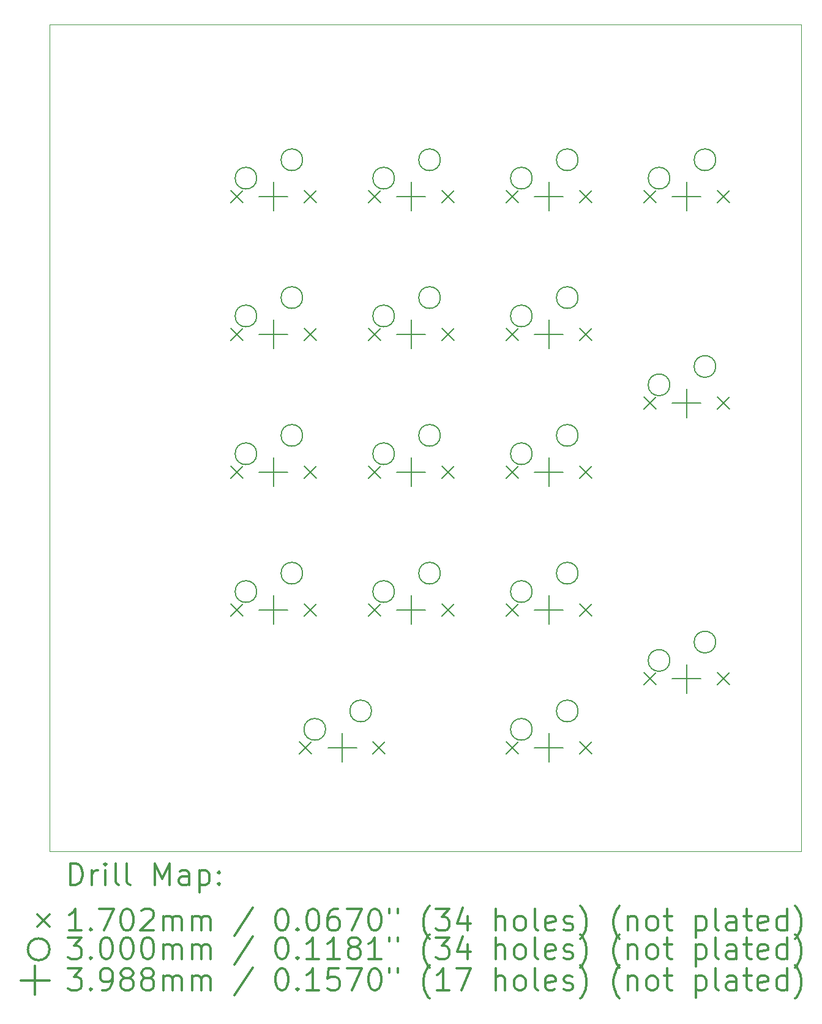
<source format=gbr>
%FSLAX45Y45*%
G04 Gerber Fmt 4.5, Leading zero omitted, Abs format (unit mm)*
G04 Created by KiCad (PCBNEW (5.1.10)-1) date 2023-01-23 12:40:16*
%MOMM*%
%LPD*%
G01*
G04 APERTURE LIST*
%TA.AperFunction,Profile*%
%ADD10C,0.050000*%
%TD*%
%ADD11C,0.200000*%
%ADD12C,0.300000*%
G04 APERTURE END LIST*
D10*
X5873750Y-13811250D02*
X5873750Y-2381250D01*
X16271875Y-13811250D02*
X5873750Y-13811250D01*
X16271875Y-2381250D02*
X16271875Y-13811250D01*
X5873750Y-2381250D02*
X16271875Y-2381250D01*
D11*
X8376285Y-4677410D02*
X8546465Y-4847590D01*
X8546465Y-4677410D02*
X8376285Y-4847590D01*
X8376285Y-6582410D02*
X8546465Y-6752590D01*
X8546465Y-6582410D02*
X8376285Y-6752590D01*
X8376285Y-8487410D02*
X8546465Y-8657590D01*
X8546465Y-8487410D02*
X8376285Y-8657590D01*
X8376285Y-10392410D02*
X8546465Y-10562590D01*
X8546465Y-10392410D02*
X8376285Y-10562590D01*
X9328785Y-12297410D02*
X9498965Y-12467590D01*
X9498965Y-12297410D02*
X9328785Y-12467590D01*
X9392285Y-4677410D02*
X9562465Y-4847590D01*
X9562465Y-4677410D02*
X9392285Y-4847590D01*
X9392285Y-6582410D02*
X9562465Y-6752590D01*
X9562465Y-6582410D02*
X9392285Y-6752590D01*
X9392285Y-8487410D02*
X9562465Y-8657590D01*
X9562465Y-8487410D02*
X9392285Y-8657590D01*
X9392285Y-10392410D02*
X9562465Y-10562590D01*
X9562465Y-10392410D02*
X9392285Y-10562590D01*
X10281285Y-4677410D02*
X10451465Y-4847590D01*
X10451465Y-4677410D02*
X10281285Y-4847590D01*
X10281285Y-6582410D02*
X10451465Y-6752590D01*
X10451465Y-6582410D02*
X10281285Y-6752590D01*
X10281285Y-8487410D02*
X10451465Y-8657590D01*
X10451465Y-8487410D02*
X10281285Y-8657590D01*
X10281285Y-10392410D02*
X10451465Y-10562590D01*
X10451465Y-10392410D02*
X10281285Y-10562590D01*
X10344785Y-12297410D02*
X10514965Y-12467590D01*
X10514965Y-12297410D02*
X10344785Y-12467590D01*
X11297285Y-4677410D02*
X11467465Y-4847590D01*
X11467465Y-4677410D02*
X11297285Y-4847590D01*
X11297285Y-6582410D02*
X11467465Y-6752590D01*
X11467465Y-6582410D02*
X11297285Y-6752590D01*
X11297285Y-8487410D02*
X11467465Y-8657590D01*
X11467465Y-8487410D02*
X11297285Y-8657590D01*
X11297285Y-10392410D02*
X11467465Y-10562590D01*
X11467465Y-10392410D02*
X11297285Y-10562590D01*
X12186285Y-4677410D02*
X12356465Y-4847590D01*
X12356465Y-4677410D02*
X12186285Y-4847590D01*
X12186285Y-6582410D02*
X12356465Y-6752590D01*
X12356465Y-6582410D02*
X12186285Y-6752590D01*
X12186285Y-8487410D02*
X12356465Y-8657590D01*
X12356465Y-8487410D02*
X12186285Y-8657590D01*
X12186285Y-10392410D02*
X12356465Y-10562590D01*
X12356465Y-10392410D02*
X12186285Y-10562590D01*
X12186285Y-12297410D02*
X12356465Y-12467590D01*
X12356465Y-12297410D02*
X12186285Y-12467590D01*
X13202285Y-4677410D02*
X13372465Y-4847590D01*
X13372465Y-4677410D02*
X13202285Y-4847590D01*
X13202285Y-6582410D02*
X13372465Y-6752590D01*
X13372465Y-6582410D02*
X13202285Y-6752590D01*
X13202285Y-8487410D02*
X13372465Y-8657590D01*
X13372465Y-8487410D02*
X13202285Y-8657590D01*
X13202285Y-10392410D02*
X13372465Y-10562590D01*
X13372465Y-10392410D02*
X13202285Y-10562590D01*
X13202285Y-12297410D02*
X13372465Y-12467590D01*
X13372465Y-12297410D02*
X13202285Y-12467590D01*
X14091285Y-4677410D02*
X14261465Y-4847590D01*
X14261465Y-4677410D02*
X14091285Y-4847590D01*
X14091285Y-7534910D02*
X14261465Y-7705090D01*
X14261465Y-7534910D02*
X14091285Y-7705090D01*
X14091285Y-11344910D02*
X14261465Y-11515090D01*
X14261465Y-11344910D02*
X14091285Y-11515090D01*
X15107285Y-4677410D02*
X15277465Y-4847590D01*
X15277465Y-4677410D02*
X15107285Y-4847590D01*
X15107285Y-7534910D02*
X15277465Y-7705090D01*
X15277465Y-7534910D02*
X15107285Y-7705090D01*
X15107285Y-11344910D02*
X15277465Y-11515090D01*
X15277465Y-11344910D02*
X15107285Y-11515090D01*
X8738375Y-4508500D02*
G75*
G03*
X8738375Y-4508500I-150000J0D01*
G01*
X8738375Y-6413500D02*
G75*
G03*
X8738375Y-6413500I-150000J0D01*
G01*
X8738375Y-8318500D02*
G75*
G03*
X8738375Y-8318500I-150000J0D01*
G01*
X8738375Y-10223500D02*
G75*
G03*
X8738375Y-10223500I-150000J0D01*
G01*
X9373375Y-4254500D02*
G75*
G03*
X9373375Y-4254500I-150000J0D01*
G01*
X9373375Y-6159500D02*
G75*
G03*
X9373375Y-6159500I-150000J0D01*
G01*
X9373375Y-8064500D02*
G75*
G03*
X9373375Y-8064500I-150000J0D01*
G01*
X9373375Y-9969500D02*
G75*
G03*
X9373375Y-9969500I-150000J0D01*
G01*
X9690875Y-12128500D02*
G75*
G03*
X9690875Y-12128500I-150000J0D01*
G01*
X10325875Y-11874500D02*
G75*
G03*
X10325875Y-11874500I-150000J0D01*
G01*
X10643375Y-4508500D02*
G75*
G03*
X10643375Y-4508500I-150000J0D01*
G01*
X10643375Y-6413500D02*
G75*
G03*
X10643375Y-6413500I-150000J0D01*
G01*
X10643375Y-8318500D02*
G75*
G03*
X10643375Y-8318500I-150000J0D01*
G01*
X10643375Y-10223500D02*
G75*
G03*
X10643375Y-10223500I-150000J0D01*
G01*
X11278375Y-4254500D02*
G75*
G03*
X11278375Y-4254500I-150000J0D01*
G01*
X11278375Y-6159500D02*
G75*
G03*
X11278375Y-6159500I-150000J0D01*
G01*
X11278375Y-8064500D02*
G75*
G03*
X11278375Y-8064500I-150000J0D01*
G01*
X11278375Y-9969500D02*
G75*
G03*
X11278375Y-9969500I-150000J0D01*
G01*
X12548375Y-4508500D02*
G75*
G03*
X12548375Y-4508500I-150000J0D01*
G01*
X12548375Y-6413500D02*
G75*
G03*
X12548375Y-6413500I-150000J0D01*
G01*
X12548375Y-8318500D02*
G75*
G03*
X12548375Y-8318500I-150000J0D01*
G01*
X12548375Y-10223500D02*
G75*
G03*
X12548375Y-10223500I-150000J0D01*
G01*
X12548375Y-12128500D02*
G75*
G03*
X12548375Y-12128500I-150000J0D01*
G01*
X13183375Y-4254500D02*
G75*
G03*
X13183375Y-4254500I-150000J0D01*
G01*
X13183375Y-6159500D02*
G75*
G03*
X13183375Y-6159500I-150000J0D01*
G01*
X13183375Y-8064500D02*
G75*
G03*
X13183375Y-8064500I-150000J0D01*
G01*
X13183375Y-9969500D02*
G75*
G03*
X13183375Y-9969500I-150000J0D01*
G01*
X13183375Y-11874500D02*
G75*
G03*
X13183375Y-11874500I-150000J0D01*
G01*
X14453375Y-4508500D02*
G75*
G03*
X14453375Y-4508500I-150000J0D01*
G01*
X14453375Y-7366000D02*
G75*
G03*
X14453375Y-7366000I-150000J0D01*
G01*
X14453375Y-11176000D02*
G75*
G03*
X14453375Y-11176000I-150000J0D01*
G01*
X15088375Y-4254500D02*
G75*
G03*
X15088375Y-4254500I-150000J0D01*
G01*
X15088375Y-7112000D02*
G75*
G03*
X15088375Y-7112000I-150000J0D01*
G01*
X15088375Y-10922000D02*
G75*
G03*
X15088375Y-10922000I-150000J0D01*
G01*
X8969375Y-4563110D02*
X8969375Y-4961890D01*
X8769985Y-4762500D02*
X9168765Y-4762500D01*
X8969375Y-6468110D02*
X8969375Y-6866890D01*
X8769985Y-6667500D02*
X9168765Y-6667500D01*
X8969375Y-8373110D02*
X8969375Y-8771890D01*
X8769985Y-8572500D02*
X9168765Y-8572500D01*
X8969375Y-10278110D02*
X8969375Y-10676890D01*
X8769985Y-10477500D02*
X9168765Y-10477500D01*
X9921875Y-12183110D02*
X9921875Y-12581890D01*
X9722485Y-12382500D02*
X10121265Y-12382500D01*
X10874375Y-4563110D02*
X10874375Y-4961890D01*
X10674985Y-4762500D02*
X11073765Y-4762500D01*
X10874375Y-6468110D02*
X10874375Y-6866890D01*
X10674985Y-6667500D02*
X11073765Y-6667500D01*
X10874375Y-8373110D02*
X10874375Y-8771890D01*
X10674985Y-8572500D02*
X11073765Y-8572500D01*
X10874375Y-10278110D02*
X10874375Y-10676890D01*
X10674985Y-10477500D02*
X11073765Y-10477500D01*
X12779375Y-4563110D02*
X12779375Y-4961890D01*
X12579985Y-4762500D02*
X12978765Y-4762500D01*
X12779375Y-6468110D02*
X12779375Y-6866890D01*
X12579985Y-6667500D02*
X12978765Y-6667500D01*
X12779375Y-8373110D02*
X12779375Y-8771890D01*
X12579985Y-8572500D02*
X12978765Y-8572500D01*
X12779375Y-10278110D02*
X12779375Y-10676890D01*
X12579985Y-10477500D02*
X12978765Y-10477500D01*
X12779375Y-12183110D02*
X12779375Y-12581890D01*
X12579985Y-12382500D02*
X12978765Y-12382500D01*
X14684375Y-4563110D02*
X14684375Y-4961890D01*
X14484985Y-4762500D02*
X14883765Y-4762500D01*
X14684375Y-7420610D02*
X14684375Y-7819390D01*
X14484985Y-7620000D02*
X14883765Y-7620000D01*
X14684375Y-11230610D02*
X14684375Y-11629390D01*
X14484985Y-11430000D02*
X14883765Y-11430000D01*
D12*
X6157678Y-14279464D02*
X6157678Y-13979464D01*
X6229107Y-13979464D01*
X6271964Y-13993750D01*
X6300536Y-14022321D01*
X6314821Y-14050893D01*
X6329107Y-14108036D01*
X6329107Y-14150893D01*
X6314821Y-14208036D01*
X6300536Y-14236607D01*
X6271964Y-14265179D01*
X6229107Y-14279464D01*
X6157678Y-14279464D01*
X6457678Y-14279464D02*
X6457678Y-14079464D01*
X6457678Y-14136607D02*
X6471964Y-14108036D01*
X6486250Y-14093750D01*
X6514821Y-14079464D01*
X6543393Y-14079464D01*
X6643393Y-14279464D02*
X6643393Y-14079464D01*
X6643393Y-13979464D02*
X6629107Y-13993750D01*
X6643393Y-14008036D01*
X6657678Y-13993750D01*
X6643393Y-13979464D01*
X6643393Y-14008036D01*
X6829107Y-14279464D02*
X6800536Y-14265179D01*
X6786250Y-14236607D01*
X6786250Y-13979464D01*
X6986250Y-14279464D02*
X6957678Y-14265179D01*
X6943393Y-14236607D01*
X6943393Y-13979464D01*
X7329107Y-14279464D02*
X7329107Y-13979464D01*
X7429107Y-14193750D01*
X7529107Y-13979464D01*
X7529107Y-14279464D01*
X7800536Y-14279464D02*
X7800536Y-14122321D01*
X7786250Y-14093750D01*
X7757678Y-14079464D01*
X7700536Y-14079464D01*
X7671964Y-14093750D01*
X7800536Y-14265179D02*
X7771964Y-14279464D01*
X7700536Y-14279464D01*
X7671964Y-14265179D01*
X7657678Y-14236607D01*
X7657678Y-14208036D01*
X7671964Y-14179464D01*
X7700536Y-14165179D01*
X7771964Y-14165179D01*
X7800536Y-14150893D01*
X7943393Y-14079464D02*
X7943393Y-14379464D01*
X7943393Y-14093750D02*
X7971964Y-14079464D01*
X8029107Y-14079464D01*
X8057678Y-14093750D01*
X8071964Y-14108036D01*
X8086250Y-14136607D01*
X8086250Y-14222321D01*
X8071964Y-14250893D01*
X8057678Y-14265179D01*
X8029107Y-14279464D01*
X7971964Y-14279464D01*
X7943393Y-14265179D01*
X8214821Y-14250893D02*
X8229107Y-14265179D01*
X8214821Y-14279464D01*
X8200536Y-14265179D01*
X8214821Y-14250893D01*
X8214821Y-14279464D01*
X8214821Y-14093750D02*
X8229107Y-14108036D01*
X8214821Y-14122321D01*
X8200536Y-14108036D01*
X8214821Y-14093750D01*
X8214821Y-14122321D01*
X5701070Y-14688660D02*
X5871250Y-14858840D01*
X5871250Y-14688660D02*
X5701070Y-14858840D01*
X6314821Y-14909464D02*
X6143393Y-14909464D01*
X6229107Y-14909464D02*
X6229107Y-14609464D01*
X6200536Y-14652321D01*
X6171964Y-14680893D01*
X6143393Y-14695179D01*
X6443393Y-14880893D02*
X6457678Y-14895179D01*
X6443393Y-14909464D01*
X6429107Y-14895179D01*
X6443393Y-14880893D01*
X6443393Y-14909464D01*
X6557678Y-14609464D02*
X6757678Y-14609464D01*
X6629107Y-14909464D01*
X6929107Y-14609464D02*
X6957678Y-14609464D01*
X6986250Y-14623750D01*
X7000536Y-14638036D01*
X7014821Y-14666607D01*
X7029107Y-14723750D01*
X7029107Y-14795179D01*
X7014821Y-14852321D01*
X7000536Y-14880893D01*
X6986250Y-14895179D01*
X6957678Y-14909464D01*
X6929107Y-14909464D01*
X6900536Y-14895179D01*
X6886250Y-14880893D01*
X6871964Y-14852321D01*
X6857678Y-14795179D01*
X6857678Y-14723750D01*
X6871964Y-14666607D01*
X6886250Y-14638036D01*
X6900536Y-14623750D01*
X6929107Y-14609464D01*
X7143393Y-14638036D02*
X7157678Y-14623750D01*
X7186250Y-14609464D01*
X7257678Y-14609464D01*
X7286250Y-14623750D01*
X7300536Y-14638036D01*
X7314821Y-14666607D01*
X7314821Y-14695179D01*
X7300536Y-14738036D01*
X7129107Y-14909464D01*
X7314821Y-14909464D01*
X7443393Y-14909464D02*
X7443393Y-14709464D01*
X7443393Y-14738036D02*
X7457678Y-14723750D01*
X7486250Y-14709464D01*
X7529107Y-14709464D01*
X7557678Y-14723750D01*
X7571964Y-14752321D01*
X7571964Y-14909464D01*
X7571964Y-14752321D02*
X7586250Y-14723750D01*
X7614821Y-14709464D01*
X7657678Y-14709464D01*
X7686250Y-14723750D01*
X7700536Y-14752321D01*
X7700536Y-14909464D01*
X7843393Y-14909464D02*
X7843393Y-14709464D01*
X7843393Y-14738036D02*
X7857678Y-14723750D01*
X7886250Y-14709464D01*
X7929107Y-14709464D01*
X7957678Y-14723750D01*
X7971964Y-14752321D01*
X7971964Y-14909464D01*
X7971964Y-14752321D02*
X7986250Y-14723750D01*
X8014821Y-14709464D01*
X8057678Y-14709464D01*
X8086250Y-14723750D01*
X8100536Y-14752321D01*
X8100536Y-14909464D01*
X8686250Y-14595179D02*
X8429107Y-14980893D01*
X9071964Y-14609464D02*
X9100536Y-14609464D01*
X9129107Y-14623750D01*
X9143393Y-14638036D01*
X9157678Y-14666607D01*
X9171964Y-14723750D01*
X9171964Y-14795179D01*
X9157678Y-14852321D01*
X9143393Y-14880893D01*
X9129107Y-14895179D01*
X9100536Y-14909464D01*
X9071964Y-14909464D01*
X9043393Y-14895179D01*
X9029107Y-14880893D01*
X9014821Y-14852321D01*
X9000536Y-14795179D01*
X9000536Y-14723750D01*
X9014821Y-14666607D01*
X9029107Y-14638036D01*
X9043393Y-14623750D01*
X9071964Y-14609464D01*
X9300536Y-14880893D02*
X9314821Y-14895179D01*
X9300536Y-14909464D01*
X9286250Y-14895179D01*
X9300536Y-14880893D01*
X9300536Y-14909464D01*
X9500536Y-14609464D02*
X9529107Y-14609464D01*
X9557678Y-14623750D01*
X9571964Y-14638036D01*
X9586250Y-14666607D01*
X9600536Y-14723750D01*
X9600536Y-14795179D01*
X9586250Y-14852321D01*
X9571964Y-14880893D01*
X9557678Y-14895179D01*
X9529107Y-14909464D01*
X9500536Y-14909464D01*
X9471964Y-14895179D01*
X9457678Y-14880893D01*
X9443393Y-14852321D01*
X9429107Y-14795179D01*
X9429107Y-14723750D01*
X9443393Y-14666607D01*
X9457678Y-14638036D01*
X9471964Y-14623750D01*
X9500536Y-14609464D01*
X9857678Y-14609464D02*
X9800536Y-14609464D01*
X9771964Y-14623750D01*
X9757678Y-14638036D01*
X9729107Y-14680893D01*
X9714821Y-14738036D01*
X9714821Y-14852321D01*
X9729107Y-14880893D01*
X9743393Y-14895179D01*
X9771964Y-14909464D01*
X9829107Y-14909464D01*
X9857678Y-14895179D01*
X9871964Y-14880893D01*
X9886250Y-14852321D01*
X9886250Y-14780893D01*
X9871964Y-14752321D01*
X9857678Y-14738036D01*
X9829107Y-14723750D01*
X9771964Y-14723750D01*
X9743393Y-14738036D01*
X9729107Y-14752321D01*
X9714821Y-14780893D01*
X9986250Y-14609464D02*
X10186250Y-14609464D01*
X10057678Y-14909464D01*
X10357678Y-14609464D02*
X10386250Y-14609464D01*
X10414821Y-14623750D01*
X10429107Y-14638036D01*
X10443393Y-14666607D01*
X10457678Y-14723750D01*
X10457678Y-14795179D01*
X10443393Y-14852321D01*
X10429107Y-14880893D01*
X10414821Y-14895179D01*
X10386250Y-14909464D01*
X10357678Y-14909464D01*
X10329107Y-14895179D01*
X10314821Y-14880893D01*
X10300536Y-14852321D01*
X10286250Y-14795179D01*
X10286250Y-14723750D01*
X10300536Y-14666607D01*
X10314821Y-14638036D01*
X10329107Y-14623750D01*
X10357678Y-14609464D01*
X10571964Y-14609464D02*
X10571964Y-14666607D01*
X10686250Y-14609464D02*
X10686250Y-14666607D01*
X11129107Y-15023750D02*
X11114821Y-15009464D01*
X11086250Y-14966607D01*
X11071964Y-14938036D01*
X11057678Y-14895179D01*
X11043393Y-14823750D01*
X11043393Y-14766607D01*
X11057678Y-14695179D01*
X11071964Y-14652321D01*
X11086250Y-14623750D01*
X11114821Y-14580893D01*
X11129107Y-14566607D01*
X11214821Y-14609464D02*
X11400536Y-14609464D01*
X11300536Y-14723750D01*
X11343393Y-14723750D01*
X11371964Y-14738036D01*
X11386250Y-14752321D01*
X11400536Y-14780893D01*
X11400536Y-14852321D01*
X11386250Y-14880893D01*
X11371964Y-14895179D01*
X11343393Y-14909464D01*
X11257678Y-14909464D01*
X11229107Y-14895179D01*
X11214821Y-14880893D01*
X11657678Y-14709464D02*
X11657678Y-14909464D01*
X11586250Y-14595179D02*
X11514821Y-14809464D01*
X11700536Y-14809464D01*
X12043393Y-14909464D02*
X12043393Y-14609464D01*
X12171964Y-14909464D02*
X12171964Y-14752321D01*
X12157678Y-14723750D01*
X12129107Y-14709464D01*
X12086250Y-14709464D01*
X12057678Y-14723750D01*
X12043393Y-14738036D01*
X12357678Y-14909464D02*
X12329107Y-14895179D01*
X12314821Y-14880893D01*
X12300536Y-14852321D01*
X12300536Y-14766607D01*
X12314821Y-14738036D01*
X12329107Y-14723750D01*
X12357678Y-14709464D01*
X12400536Y-14709464D01*
X12429107Y-14723750D01*
X12443393Y-14738036D01*
X12457678Y-14766607D01*
X12457678Y-14852321D01*
X12443393Y-14880893D01*
X12429107Y-14895179D01*
X12400536Y-14909464D01*
X12357678Y-14909464D01*
X12629107Y-14909464D02*
X12600536Y-14895179D01*
X12586250Y-14866607D01*
X12586250Y-14609464D01*
X12857678Y-14895179D02*
X12829107Y-14909464D01*
X12771964Y-14909464D01*
X12743393Y-14895179D01*
X12729107Y-14866607D01*
X12729107Y-14752321D01*
X12743393Y-14723750D01*
X12771964Y-14709464D01*
X12829107Y-14709464D01*
X12857678Y-14723750D01*
X12871964Y-14752321D01*
X12871964Y-14780893D01*
X12729107Y-14809464D01*
X12986250Y-14895179D02*
X13014821Y-14909464D01*
X13071964Y-14909464D01*
X13100536Y-14895179D01*
X13114821Y-14866607D01*
X13114821Y-14852321D01*
X13100536Y-14823750D01*
X13071964Y-14809464D01*
X13029107Y-14809464D01*
X13000536Y-14795179D01*
X12986250Y-14766607D01*
X12986250Y-14752321D01*
X13000536Y-14723750D01*
X13029107Y-14709464D01*
X13071964Y-14709464D01*
X13100536Y-14723750D01*
X13214821Y-15023750D02*
X13229107Y-15009464D01*
X13257678Y-14966607D01*
X13271964Y-14938036D01*
X13286250Y-14895179D01*
X13300536Y-14823750D01*
X13300536Y-14766607D01*
X13286250Y-14695179D01*
X13271964Y-14652321D01*
X13257678Y-14623750D01*
X13229107Y-14580893D01*
X13214821Y-14566607D01*
X13757678Y-15023750D02*
X13743393Y-15009464D01*
X13714821Y-14966607D01*
X13700536Y-14938036D01*
X13686250Y-14895179D01*
X13671964Y-14823750D01*
X13671964Y-14766607D01*
X13686250Y-14695179D01*
X13700536Y-14652321D01*
X13714821Y-14623750D01*
X13743393Y-14580893D01*
X13757678Y-14566607D01*
X13871964Y-14709464D02*
X13871964Y-14909464D01*
X13871964Y-14738036D02*
X13886250Y-14723750D01*
X13914821Y-14709464D01*
X13957678Y-14709464D01*
X13986250Y-14723750D01*
X14000536Y-14752321D01*
X14000536Y-14909464D01*
X14186250Y-14909464D02*
X14157678Y-14895179D01*
X14143393Y-14880893D01*
X14129107Y-14852321D01*
X14129107Y-14766607D01*
X14143393Y-14738036D01*
X14157678Y-14723750D01*
X14186250Y-14709464D01*
X14229107Y-14709464D01*
X14257678Y-14723750D01*
X14271964Y-14738036D01*
X14286250Y-14766607D01*
X14286250Y-14852321D01*
X14271964Y-14880893D01*
X14257678Y-14895179D01*
X14229107Y-14909464D01*
X14186250Y-14909464D01*
X14371964Y-14709464D02*
X14486250Y-14709464D01*
X14414821Y-14609464D02*
X14414821Y-14866607D01*
X14429107Y-14895179D01*
X14457678Y-14909464D01*
X14486250Y-14909464D01*
X14814821Y-14709464D02*
X14814821Y-15009464D01*
X14814821Y-14723750D02*
X14843393Y-14709464D01*
X14900536Y-14709464D01*
X14929107Y-14723750D01*
X14943393Y-14738036D01*
X14957678Y-14766607D01*
X14957678Y-14852321D01*
X14943393Y-14880893D01*
X14929107Y-14895179D01*
X14900536Y-14909464D01*
X14843393Y-14909464D01*
X14814821Y-14895179D01*
X15129107Y-14909464D02*
X15100536Y-14895179D01*
X15086250Y-14866607D01*
X15086250Y-14609464D01*
X15371964Y-14909464D02*
X15371964Y-14752321D01*
X15357678Y-14723750D01*
X15329107Y-14709464D01*
X15271964Y-14709464D01*
X15243393Y-14723750D01*
X15371964Y-14895179D02*
X15343393Y-14909464D01*
X15271964Y-14909464D01*
X15243393Y-14895179D01*
X15229107Y-14866607D01*
X15229107Y-14838036D01*
X15243393Y-14809464D01*
X15271964Y-14795179D01*
X15343393Y-14795179D01*
X15371964Y-14780893D01*
X15471964Y-14709464D02*
X15586250Y-14709464D01*
X15514821Y-14609464D02*
X15514821Y-14866607D01*
X15529107Y-14895179D01*
X15557678Y-14909464D01*
X15586250Y-14909464D01*
X15800536Y-14895179D02*
X15771964Y-14909464D01*
X15714821Y-14909464D01*
X15686250Y-14895179D01*
X15671964Y-14866607D01*
X15671964Y-14752321D01*
X15686250Y-14723750D01*
X15714821Y-14709464D01*
X15771964Y-14709464D01*
X15800536Y-14723750D01*
X15814821Y-14752321D01*
X15814821Y-14780893D01*
X15671964Y-14809464D01*
X16071964Y-14909464D02*
X16071964Y-14609464D01*
X16071964Y-14895179D02*
X16043393Y-14909464D01*
X15986250Y-14909464D01*
X15957678Y-14895179D01*
X15943393Y-14880893D01*
X15929107Y-14852321D01*
X15929107Y-14766607D01*
X15943393Y-14738036D01*
X15957678Y-14723750D01*
X15986250Y-14709464D01*
X16043393Y-14709464D01*
X16071964Y-14723750D01*
X16186250Y-15023750D02*
X16200536Y-15009464D01*
X16229107Y-14966607D01*
X16243393Y-14938036D01*
X16257678Y-14895179D01*
X16271964Y-14823750D01*
X16271964Y-14766607D01*
X16257678Y-14695179D01*
X16243393Y-14652321D01*
X16229107Y-14623750D01*
X16200536Y-14580893D01*
X16186250Y-14566607D01*
X5871250Y-15169750D02*
G75*
G03*
X5871250Y-15169750I-150000J0D01*
G01*
X6129107Y-15005464D02*
X6314821Y-15005464D01*
X6214821Y-15119750D01*
X6257678Y-15119750D01*
X6286250Y-15134036D01*
X6300536Y-15148321D01*
X6314821Y-15176893D01*
X6314821Y-15248321D01*
X6300536Y-15276893D01*
X6286250Y-15291179D01*
X6257678Y-15305464D01*
X6171964Y-15305464D01*
X6143393Y-15291179D01*
X6129107Y-15276893D01*
X6443393Y-15276893D02*
X6457678Y-15291179D01*
X6443393Y-15305464D01*
X6429107Y-15291179D01*
X6443393Y-15276893D01*
X6443393Y-15305464D01*
X6643393Y-15005464D02*
X6671964Y-15005464D01*
X6700536Y-15019750D01*
X6714821Y-15034036D01*
X6729107Y-15062607D01*
X6743393Y-15119750D01*
X6743393Y-15191179D01*
X6729107Y-15248321D01*
X6714821Y-15276893D01*
X6700536Y-15291179D01*
X6671964Y-15305464D01*
X6643393Y-15305464D01*
X6614821Y-15291179D01*
X6600536Y-15276893D01*
X6586250Y-15248321D01*
X6571964Y-15191179D01*
X6571964Y-15119750D01*
X6586250Y-15062607D01*
X6600536Y-15034036D01*
X6614821Y-15019750D01*
X6643393Y-15005464D01*
X6929107Y-15005464D02*
X6957678Y-15005464D01*
X6986250Y-15019750D01*
X7000536Y-15034036D01*
X7014821Y-15062607D01*
X7029107Y-15119750D01*
X7029107Y-15191179D01*
X7014821Y-15248321D01*
X7000536Y-15276893D01*
X6986250Y-15291179D01*
X6957678Y-15305464D01*
X6929107Y-15305464D01*
X6900536Y-15291179D01*
X6886250Y-15276893D01*
X6871964Y-15248321D01*
X6857678Y-15191179D01*
X6857678Y-15119750D01*
X6871964Y-15062607D01*
X6886250Y-15034036D01*
X6900536Y-15019750D01*
X6929107Y-15005464D01*
X7214821Y-15005464D02*
X7243393Y-15005464D01*
X7271964Y-15019750D01*
X7286250Y-15034036D01*
X7300536Y-15062607D01*
X7314821Y-15119750D01*
X7314821Y-15191179D01*
X7300536Y-15248321D01*
X7286250Y-15276893D01*
X7271964Y-15291179D01*
X7243393Y-15305464D01*
X7214821Y-15305464D01*
X7186250Y-15291179D01*
X7171964Y-15276893D01*
X7157678Y-15248321D01*
X7143393Y-15191179D01*
X7143393Y-15119750D01*
X7157678Y-15062607D01*
X7171964Y-15034036D01*
X7186250Y-15019750D01*
X7214821Y-15005464D01*
X7443393Y-15305464D02*
X7443393Y-15105464D01*
X7443393Y-15134036D02*
X7457678Y-15119750D01*
X7486250Y-15105464D01*
X7529107Y-15105464D01*
X7557678Y-15119750D01*
X7571964Y-15148321D01*
X7571964Y-15305464D01*
X7571964Y-15148321D02*
X7586250Y-15119750D01*
X7614821Y-15105464D01*
X7657678Y-15105464D01*
X7686250Y-15119750D01*
X7700536Y-15148321D01*
X7700536Y-15305464D01*
X7843393Y-15305464D02*
X7843393Y-15105464D01*
X7843393Y-15134036D02*
X7857678Y-15119750D01*
X7886250Y-15105464D01*
X7929107Y-15105464D01*
X7957678Y-15119750D01*
X7971964Y-15148321D01*
X7971964Y-15305464D01*
X7971964Y-15148321D02*
X7986250Y-15119750D01*
X8014821Y-15105464D01*
X8057678Y-15105464D01*
X8086250Y-15119750D01*
X8100536Y-15148321D01*
X8100536Y-15305464D01*
X8686250Y-14991179D02*
X8429107Y-15376893D01*
X9071964Y-15005464D02*
X9100536Y-15005464D01*
X9129107Y-15019750D01*
X9143393Y-15034036D01*
X9157678Y-15062607D01*
X9171964Y-15119750D01*
X9171964Y-15191179D01*
X9157678Y-15248321D01*
X9143393Y-15276893D01*
X9129107Y-15291179D01*
X9100536Y-15305464D01*
X9071964Y-15305464D01*
X9043393Y-15291179D01*
X9029107Y-15276893D01*
X9014821Y-15248321D01*
X9000536Y-15191179D01*
X9000536Y-15119750D01*
X9014821Y-15062607D01*
X9029107Y-15034036D01*
X9043393Y-15019750D01*
X9071964Y-15005464D01*
X9300536Y-15276893D02*
X9314821Y-15291179D01*
X9300536Y-15305464D01*
X9286250Y-15291179D01*
X9300536Y-15276893D01*
X9300536Y-15305464D01*
X9600536Y-15305464D02*
X9429107Y-15305464D01*
X9514821Y-15305464D02*
X9514821Y-15005464D01*
X9486250Y-15048321D01*
X9457678Y-15076893D01*
X9429107Y-15091179D01*
X9886250Y-15305464D02*
X9714821Y-15305464D01*
X9800536Y-15305464D02*
X9800536Y-15005464D01*
X9771964Y-15048321D01*
X9743393Y-15076893D01*
X9714821Y-15091179D01*
X10057678Y-15134036D02*
X10029107Y-15119750D01*
X10014821Y-15105464D01*
X10000536Y-15076893D01*
X10000536Y-15062607D01*
X10014821Y-15034036D01*
X10029107Y-15019750D01*
X10057678Y-15005464D01*
X10114821Y-15005464D01*
X10143393Y-15019750D01*
X10157678Y-15034036D01*
X10171964Y-15062607D01*
X10171964Y-15076893D01*
X10157678Y-15105464D01*
X10143393Y-15119750D01*
X10114821Y-15134036D01*
X10057678Y-15134036D01*
X10029107Y-15148321D01*
X10014821Y-15162607D01*
X10000536Y-15191179D01*
X10000536Y-15248321D01*
X10014821Y-15276893D01*
X10029107Y-15291179D01*
X10057678Y-15305464D01*
X10114821Y-15305464D01*
X10143393Y-15291179D01*
X10157678Y-15276893D01*
X10171964Y-15248321D01*
X10171964Y-15191179D01*
X10157678Y-15162607D01*
X10143393Y-15148321D01*
X10114821Y-15134036D01*
X10457678Y-15305464D02*
X10286250Y-15305464D01*
X10371964Y-15305464D02*
X10371964Y-15005464D01*
X10343393Y-15048321D01*
X10314821Y-15076893D01*
X10286250Y-15091179D01*
X10571964Y-15005464D02*
X10571964Y-15062607D01*
X10686250Y-15005464D02*
X10686250Y-15062607D01*
X11129107Y-15419750D02*
X11114821Y-15405464D01*
X11086250Y-15362607D01*
X11071964Y-15334036D01*
X11057678Y-15291179D01*
X11043393Y-15219750D01*
X11043393Y-15162607D01*
X11057678Y-15091179D01*
X11071964Y-15048321D01*
X11086250Y-15019750D01*
X11114821Y-14976893D01*
X11129107Y-14962607D01*
X11214821Y-15005464D02*
X11400536Y-15005464D01*
X11300536Y-15119750D01*
X11343393Y-15119750D01*
X11371964Y-15134036D01*
X11386250Y-15148321D01*
X11400536Y-15176893D01*
X11400536Y-15248321D01*
X11386250Y-15276893D01*
X11371964Y-15291179D01*
X11343393Y-15305464D01*
X11257678Y-15305464D01*
X11229107Y-15291179D01*
X11214821Y-15276893D01*
X11657678Y-15105464D02*
X11657678Y-15305464D01*
X11586250Y-14991179D02*
X11514821Y-15205464D01*
X11700536Y-15205464D01*
X12043393Y-15305464D02*
X12043393Y-15005464D01*
X12171964Y-15305464D02*
X12171964Y-15148321D01*
X12157678Y-15119750D01*
X12129107Y-15105464D01*
X12086250Y-15105464D01*
X12057678Y-15119750D01*
X12043393Y-15134036D01*
X12357678Y-15305464D02*
X12329107Y-15291179D01*
X12314821Y-15276893D01*
X12300536Y-15248321D01*
X12300536Y-15162607D01*
X12314821Y-15134036D01*
X12329107Y-15119750D01*
X12357678Y-15105464D01*
X12400536Y-15105464D01*
X12429107Y-15119750D01*
X12443393Y-15134036D01*
X12457678Y-15162607D01*
X12457678Y-15248321D01*
X12443393Y-15276893D01*
X12429107Y-15291179D01*
X12400536Y-15305464D01*
X12357678Y-15305464D01*
X12629107Y-15305464D02*
X12600536Y-15291179D01*
X12586250Y-15262607D01*
X12586250Y-15005464D01*
X12857678Y-15291179D02*
X12829107Y-15305464D01*
X12771964Y-15305464D01*
X12743393Y-15291179D01*
X12729107Y-15262607D01*
X12729107Y-15148321D01*
X12743393Y-15119750D01*
X12771964Y-15105464D01*
X12829107Y-15105464D01*
X12857678Y-15119750D01*
X12871964Y-15148321D01*
X12871964Y-15176893D01*
X12729107Y-15205464D01*
X12986250Y-15291179D02*
X13014821Y-15305464D01*
X13071964Y-15305464D01*
X13100536Y-15291179D01*
X13114821Y-15262607D01*
X13114821Y-15248321D01*
X13100536Y-15219750D01*
X13071964Y-15205464D01*
X13029107Y-15205464D01*
X13000536Y-15191179D01*
X12986250Y-15162607D01*
X12986250Y-15148321D01*
X13000536Y-15119750D01*
X13029107Y-15105464D01*
X13071964Y-15105464D01*
X13100536Y-15119750D01*
X13214821Y-15419750D02*
X13229107Y-15405464D01*
X13257678Y-15362607D01*
X13271964Y-15334036D01*
X13286250Y-15291179D01*
X13300536Y-15219750D01*
X13300536Y-15162607D01*
X13286250Y-15091179D01*
X13271964Y-15048321D01*
X13257678Y-15019750D01*
X13229107Y-14976893D01*
X13214821Y-14962607D01*
X13757678Y-15419750D02*
X13743393Y-15405464D01*
X13714821Y-15362607D01*
X13700536Y-15334036D01*
X13686250Y-15291179D01*
X13671964Y-15219750D01*
X13671964Y-15162607D01*
X13686250Y-15091179D01*
X13700536Y-15048321D01*
X13714821Y-15019750D01*
X13743393Y-14976893D01*
X13757678Y-14962607D01*
X13871964Y-15105464D02*
X13871964Y-15305464D01*
X13871964Y-15134036D02*
X13886250Y-15119750D01*
X13914821Y-15105464D01*
X13957678Y-15105464D01*
X13986250Y-15119750D01*
X14000536Y-15148321D01*
X14000536Y-15305464D01*
X14186250Y-15305464D02*
X14157678Y-15291179D01*
X14143393Y-15276893D01*
X14129107Y-15248321D01*
X14129107Y-15162607D01*
X14143393Y-15134036D01*
X14157678Y-15119750D01*
X14186250Y-15105464D01*
X14229107Y-15105464D01*
X14257678Y-15119750D01*
X14271964Y-15134036D01*
X14286250Y-15162607D01*
X14286250Y-15248321D01*
X14271964Y-15276893D01*
X14257678Y-15291179D01*
X14229107Y-15305464D01*
X14186250Y-15305464D01*
X14371964Y-15105464D02*
X14486250Y-15105464D01*
X14414821Y-15005464D02*
X14414821Y-15262607D01*
X14429107Y-15291179D01*
X14457678Y-15305464D01*
X14486250Y-15305464D01*
X14814821Y-15105464D02*
X14814821Y-15405464D01*
X14814821Y-15119750D02*
X14843393Y-15105464D01*
X14900536Y-15105464D01*
X14929107Y-15119750D01*
X14943393Y-15134036D01*
X14957678Y-15162607D01*
X14957678Y-15248321D01*
X14943393Y-15276893D01*
X14929107Y-15291179D01*
X14900536Y-15305464D01*
X14843393Y-15305464D01*
X14814821Y-15291179D01*
X15129107Y-15305464D02*
X15100536Y-15291179D01*
X15086250Y-15262607D01*
X15086250Y-15005464D01*
X15371964Y-15305464D02*
X15371964Y-15148321D01*
X15357678Y-15119750D01*
X15329107Y-15105464D01*
X15271964Y-15105464D01*
X15243393Y-15119750D01*
X15371964Y-15291179D02*
X15343393Y-15305464D01*
X15271964Y-15305464D01*
X15243393Y-15291179D01*
X15229107Y-15262607D01*
X15229107Y-15234036D01*
X15243393Y-15205464D01*
X15271964Y-15191179D01*
X15343393Y-15191179D01*
X15371964Y-15176893D01*
X15471964Y-15105464D02*
X15586250Y-15105464D01*
X15514821Y-15005464D02*
X15514821Y-15262607D01*
X15529107Y-15291179D01*
X15557678Y-15305464D01*
X15586250Y-15305464D01*
X15800536Y-15291179D02*
X15771964Y-15305464D01*
X15714821Y-15305464D01*
X15686250Y-15291179D01*
X15671964Y-15262607D01*
X15671964Y-15148321D01*
X15686250Y-15119750D01*
X15714821Y-15105464D01*
X15771964Y-15105464D01*
X15800536Y-15119750D01*
X15814821Y-15148321D01*
X15814821Y-15176893D01*
X15671964Y-15205464D01*
X16071964Y-15305464D02*
X16071964Y-15005464D01*
X16071964Y-15291179D02*
X16043393Y-15305464D01*
X15986250Y-15305464D01*
X15957678Y-15291179D01*
X15943393Y-15276893D01*
X15929107Y-15248321D01*
X15929107Y-15162607D01*
X15943393Y-15134036D01*
X15957678Y-15119750D01*
X15986250Y-15105464D01*
X16043393Y-15105464D01*
X16071964Y-15119750D01*
X16186250Y-15419750D02*
X16200536Y-15405464D01*
X16229107Y-15362607D01*
X16243393Y-15334036D01*
X16257678Y-15291179D01*
X16271964Y-15219750D01*
X16271964Y-15162607D01*
X16257678Y-15091179D01*
X16243393Y-15048321D01*
X16229107Y-15019750D01*
X16200536Y-14976893D01*
X16186250Y-14962607D01*
X5671860Y-15400360D02*
X5671860Y-15799140D01*
X5472470Y-15599750D02*
X5871250Y-15599750D01*
X6129107Y-15435464D02*
X6314821Y-15435464D01*
X6214821Y-15549750D01*
X6257678Y-15549750D01*
X6286250Y-15564036D01*
X6300536Y-15578321D01*
X6314821Y-15606893D01*
X6314821Y-15678321D01*
X6300536Y-15706893D01*
X6286250Y-15721179D01*
X6257678Y-15735464D01*
X6171964Y-15735464D01*
X6143393Y-15721179D01*
X6129107Y-15706893D01*
X6443393Y-15706893D02*
X6457678Y-15721179D01*
X6443393Y-15735464D01*
X6429107Y-15721179D01*
X6443393Y-15706893D01*
X6443393Y-15735464D01*
X6600536Y-15735464D02*
X6657678Y-15735464D01*
X6686250Y-15721179D01*
X6700536Y-15706893D01*
X6729107Y-15664036D01*
X6743393Y-15606893D01*
X6743393Y-15492607D01*
X6729107Y-15464036D01*
X6714821Y-15449750D01*
X6686250Y-15435464D01*
X6629107Y-15435464D01*
X6600536Y-15449750D01*
X6586250Y-15464036D01*
X6571964Y-15492607D01*
X6571964Y-15564036D01*
X6586250Y-15592607D01*
X6600536Y-15606893D01*
X6629107Y-15621179D01*
X6686250Y-15621179D01*
X6714821Y-15606893D01*
X6729107Y-15592607D01*
X6743393Y-15564036D01*
X6914821Y-15564036D02*
X6886250Y-15549750D01*
X6871964Y-15535464D01*
X6857678Y-15506893D01*
X6857678Y-15492607D01*
X6871964Y-15464036D01*
X6886250Y-15449750D01*
X6914821Y-15435464D01*
X6971964Y-15435464D01*
X7000536Y-15449750D01*
X7014821Y-15464036D01*
X7029107Y-15492607D01*
X7029107Y-15506893D01*
X7014821Y-15535464D01*
X7000536Y-15549750D01*
X6971964Y-15564036D01*
X6914821Y-15564036D01*
X6886250Y-15578321D01*
X6871964Y-15592607D01*
X6857678Y-15621179D01*
X6857678Y-15678321D01*
X6871964Y-15706893D01*
X6886250Y-15721179D01*
X6914821Y-15735464D01*
X6971964Y-15735464D01*
X7000536Y-15721179D01*
X7014821Y-15706893D01*
X7029107Y-15678321D01*
X7029107Y-15621179D01*
X7014821Y-15592607D01*
X7000536Y-15578321D01*
X6971964Y-15564036D01*
X7200536Y-15564036D02*
X7171964Y-15549750D01*
X7157678Y-15535464D01*
X7143393Y-15506893D01*
X7143393Y-15492607D01*
X7157678Y-15464036D01*
X7171964Y-15449750D01*
X7200536Y-15435464D01*
X7257678Y-15435464D01*
X7286250Y-15449750D01*
X7300536Y-15464036D01*
X7314821Y-15492607D01*
X7314821Y-15506893D01*
X7300536Y-15535464D01*
X7286250Y-15549750D01*
X7257678Y-15564036D01*
X7200536Y-15564036D01*
X7171964Y-15578321D01*
X7157678Y-15592607D01*
X7143393Y-15621179D01*
X7143393Y-15678321D01*
X7157678Y-15706893D01*
X7171964Y-15721179D01*
X7200536Y-15735464D01*
X7257678Y-15735464D01*
X7286250Y-15721179D01*
X7300536Y-15706893D01*
X7314821Y-15678321D01*
X7314821Y-15621179D01*
X7300536Y-15592607D01*
X7286250Y-15578321D01*
X7257678Y-15564036D01*
X7443393Y-15735464D02*
X7443393Y-15535464D01*
X7443393Y-15564036D02*
X7457678Y-15549750D01*
X7486250Y-15535464D01*
X7529107Y-15535464D01*
X7557678Y-15549750D01*
X7571964Y-15578321D01*
X7571964Y-15735464D01*
X7571964Y-15578321D02*
X7586250Y-15549750D01*
X7614821Y-15535464D01*
X7657678Y-15535464D01*
X7686250Y-15549750D01*
X7700536Y-15578321D01*
X7700536Y-15735464D01*
X7843393Y-15735464D02*
X7843393Y-15535464D01*
X7843393Y-15564036D02*
X7857678Y-15549750D01*
X7886250Y-15535464D01*
X7929107Y-15535464D01*
X7957678Y-15549750D01*
X7971964Y-15578321D01*
X7971964Y-15735464D01*
X7971964Y-15578321D02*
X7986250Y-15549750D01*
X8014821Y-15535464D01*
X8057678Y-15535464D01*
X8086250Y-15549750D01*
X8100536Y-15578321D01*
X8100536Y-15735464D01*
X8686250Y-15421179D02*
X8429107Y-15806893D01*
X9071964Y-15435464D02*
X9100536Y-15435464D01*
X9129107Y-15449750D01*
X9143393Y-15464036D01*
X9157678Y-15492607D01*
X9171964Y-15549750D01*
X9171964Y-15621179D01*
X9157678Y-15678321D01*
X9143393Y-15706893D01*
X9129107Y-15721179D01*
X9100536Y-15735464D01*
X9071964Y-15735464D01*
X9043393Y-15721179D01*
X9029107Y-15706893D01*
X9014821Y-15678321D01*
X9000536Y-15621179D01*
X9000536Y-15549750D01*
X9014821Y-15492607D01*
X9029107Y-15464036D01*
X9043393Y-15449750D01*
X9071964Y-15435464D01*
X9300536Y-15706893D02*
X9314821Y-15721179D01*
X9300536Y-15735464D01*
X9286250Y-15721179D01*
X9300536Y-15706893D01*
X9300536Y-15735464D01*
X9600536Y-15735464D02*
X9429107Y-15735464D01*
X9514821Y-15735464D02*
X9514821Y-15435464D01*
X9486250Y-15478321D01*
X9457678Y-15506893D01*
X9429107Y-15521179D01*
X9871964Y-15435464D02*
X9729107Y-15435464D01*
X9714821Y-15578321D01*
X9729107Y-15564036D01*
X9757678Y-15549750D01*
X9829107Y-15549750D01*
X9857678Y-15564036D01*
X9871964Y-15578321D01*
X9886250Y-15606893D01*
X9886250Y-15678321D01*
X9871964Y-15706893D01*
X9857678Y-15721179D01*
X9829107Y-15735464D01*
X9757678Y-15735464D01*
X9729107Y-15721179D01*
X9714821Y-15706893D01*
X9986250Y-15435464D02*
X10186250Y-15435464D01*
X10057678Y-15735464D01*
X10357678Y-15435464D02*
X10386250Y-15435464D01*
X10414821Y-15449750D01*
X10429107Y-15464036D01*
X10443393Y-15492607D01*
X10457678Y-15549750D01*
X10457678Y-15621179D01*
X10443393Y-15678321D01*
X10429107Y-15706893D01*
X10414821Y-15721179D01*
X10386250Y-15735464D01*
X10357678Y-15735464D01*
X10329107Y-15721179D01*
X10314821Y-15706893D01*
X10300536Y-15678321D01*
X10286250Y-15621179D01*
X10286250Y-15549750D01*
X10300536Y-15492607D01*
X10314821Y-15464036D01*
X10329107Y-15449750D01*
X10357678Y-15435464D01*
X10571964Y-15435464D02*
X10571964Y-15492607D01*
X10686250Y-15435464D02*
X10686250Y-15492607D01*
X11129107Y-15849750D02*
X11114821Y-15835464D01*
X11086250Y-15792607D01*
X11071964Y-15764036D01*
X11057678Y-15721179D01*
X11043393Y-15649750D01*
X11043393Y-15592607D01*
X11057678Y-15521179D01*
X11071964Y-15478321D01*
X11086250Y-15449750D01*
X11114821Y-15406893D01*
X11129107Y-15392607D01*
X11400536Y-15735464D02*
X11229107Y-15735464D01*
X11314821Y-15735464D02*
X11314821Y-15435464D01*
X11286250Y-15478321D01*
X11257678Y-15506893D01*
X11229107Y-15521179D01*
X11500536Y-15435464D02*
X11700536Y-15435464D01*
X11571964Y-15735464D01*
X12043393Y-15735464D02*
X12043393Y-15435464D01*
X12171964Y-15735464D02*
X12171964Y-15578321D01*
X12157678Y-15549750D01*
X12129107Y-15535464D01*
X12086250Y-15535464D01*
X12057678Y-15549750D01*
X12043393Y-15564036D01*
X12357678Y-15735464D02*
X12329107Y-15721179D01*
X12314821Y-15706893D01*
X12300536Y-15678321D01*
X12300536Y-15592607D01*
X12314821Y-15564036D01*
X12329107Y-15549750D01*
X12357678Y-15535464D01*
X12400536Y-15535464D01*
X12429107Y-15549750D01*
X12443393Y-15564036D01*
X12457678Y-15592607D01*
X12457678Y-15678321D01*
X12443393Y-15706893D01*
X12429107Y-15721179D01*
X12400536Y-15735464D01*
X12357678Y-15735464D01*
X12629107Y-15735464D02*
X12600536Y-15721179D01*
X12586250Y-15692607D01*
X12586250Y-15435464D01*
X12857678Y-15721179D02*
X12829107Y-15735464D01*
X12771964Y-15735464D01*
X12743393Y-15721179D01*
X12729107Y-15692607D01*
X12729107Y-15578321D01*
X12743393Y-15549750D01*
X12771964Y-15535464D01*
X12829107Y-15535464D01*
X12857678Y-15549750D01*
X12871964Y-15578321D01*
X12871964Y-15606893D01*
X12729107Y-15635464D01*
X12986250Y-15721179D02*
X13014821Y-15735464D01*
X13071964Y-15735464D01*
X13100536Y-15721179D01*
X13114821Y-15692607D01*
X13114821Y-15678321D01*
X13100536Y-15649750D01*
X13071964Y-15635464D01*
X13029107Y-15635464D01*
X13000536Y-15621179D01*
X12986250Y-15592607D01*
X12986250Y-15578321D01*
X13000536Y-15549750D01*
X13029107Y-15535464D01*
X13071964Y-15535464D01*
X13100536Y-15549750D01*
X13214821Y-15849750D02*
X13229107Y-15835464D01*
X13257678Y-15792607D01*
X13271964Y-15764036D01*
X13286250Y-15721179D01*
X13300536Y-15649750D01*
X13300536Y-15592607D01*
X13286250Y-15521179D01*
X13271964Y-15478321D01*
X13257678Y-15449750D01*
X13229107Y-15406893D01*
X13214821Y-15392607D01*
X13757678Y-15849750D02*
X13743393Y-15835464D01*
X13714821Y-15792607D01*
X13700536Y-15764036D01*
X13686250Y-15721179D01*
X13671964Y-15649750D01*
X13671964Y-15592607D01*
X13686250Y-15521179D01*
X13700536Y-15478321D01*
X13714821Y-15449750D01*
X13743393Y-15406893D01*
X13757678Y-15392607D01*
X13871964Y-15535464D02*
X13871964Y-15735464D01*
X13871964Y-15564036D02*
X13886250Y-15549750D01*
X13914821Y-15535464D01*
X13957678Y-15535464D01*
X13986250Y-15549750D01*
X14000536Y-15578321D01*
X14000536Y-15735464D01*
X14186250Y-15735464D02*
X14157678Y-15721179D01*
X14143393Y-15706893D01*
X14129107Y-15678321D01*
X14129107Y-15592607D01*
X14143393Y-15564036D01*
X14157678Y-15549750D01*
X14186250Y-15535464D01*
X14229107Y-15535464D01*
X14257678Y-15549750D01*
X14271964Y-15564036D01*
X14286250Y-15592607D01*
X14286250Y-15678321D01*
X14271964Y-15706893D01*
X14257678Y-15721179D01*
X14229107Y-15735464D01*
X14186250Y-15735464D01*
X14371964Y-15535464D02*
X14486250Y-15535464D01*
X14414821Y-15435464D02*
X14414821Y-15692607D01*
X14429107Y-15721179D01*
X14457678Y-15735464D01*
X14486250Y-15735464D01*
X14814821Y-15535464D02*
X14814821Y-15835464D01*
X14814821Y-15549750D02*
X14843393Y-15535464D01*
X14900536Y-15535464D01*
X14929107Y-15549750D01*
X14943393Y-15564036D01*
X14957678Y-15592607D01*
X14957678Y-15678321D01*
X14943393Y-15706893D01*
X14929107Y-15721179D01*
X14900536Y-15735464D01*
X14843393Y-15735464D01*
X14814821Y-15721179D01*
X15129107Y-15735464D02*
X15100536Y-15721179D01*
X15086250Y-15692607D01*
X15086250Y-15435464D01*
X15371964Y-15735464D02*
X15371964Y-15578321D01*
X15357678Y-15549750D01*
X15329107Y-15535464D01*
X15271964Y-15535464D01*
X15243393Y-15549750D01*
X15371964Y-15721179D02*
X15343393Y-15735464D01*
X15271964Y-15735464D01*
X15243393Y-15721179D01*
X15229107Y-15692607D01*
X15229107Y-15664036D01*
X15243393Y-15635464D01*
X15271964Y-15621179D01*
X15343393Y-15621179D01*
X15371964Y-15606893D01*
X15471964Y-15535464D02*
X15586250Y-15535464D01*
X15514821Y-15435464D02*
X15514821Y-15692607D01*
X15529107Y-15721179D01*
X15557678Y-15735464D01*
X15586250Y-15735464D01*
X15800536Y-15721179D02*
X15771964Y-15735464D01*
X15714821Y-15735464D01*
X15686250Y-15721179D01*
X15671964Y-15692607D01*
X15671964Y-15578321D01*
X15686250Y-15549750D01*
X15714821Y-15535464D01*
X15771964Y-15535464D01*
X15800536Y-15549750D01*
X15814821Y-15578321D01*
X15814821Y-15606893D01*
X15671964Y-15635464D01*
X16071964Y-15735464D02*
X16071964Y-15435464D01*
X16071964Y-15721179D02*
X16043393Y-15735464D01*
X15986250Y-15735464D01*
X15957678Y-15721179D01*
X15943393Y-15706893D01*
X15929107Y-15678321D01*
X15929107Y-15592607D01*
X15943393Y-15564036D01*
X15957678Y-15549750D01*
X15986250Y-15535464D01*
X16043393Y-15535464D01*
X16071964Y-15549750D01*
X16186250Y-15849750D02*
X16200536Y-15835464D01*
X16229107Y-15792607D01*
X16243393Y-15764036D01*
X16257678Y-15721179D01*
X16271964Y-15649750D01*
X16271964Y-15592607D01*
X16257678Y-15521179D01*
X16243393Y-15478321D01*
X16229107Y-15449750D01*
X16200536Y-15406893D01*
X16186250Y-15392607D01*
M02*

</source>
